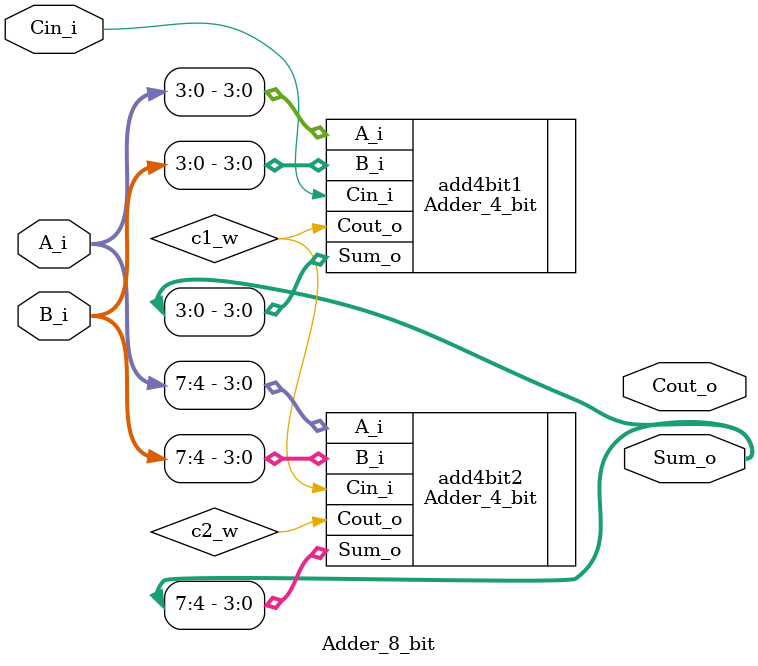
<source format=v>
`timescale 1ns/1ps

module Adder_8_bit(
    input wire [7:0] A_i,
    input wire [7:0] B_i,
    input wire Cin_i,
    output wire [7:0] Sum_o,
    output wire Cout_o
);
    wire c1_w, c2_w;

    Adder_4_bit add4bit1(
        .A_i(A_i[3:0]),
        .B_i(B_i[3:0]),
        .Cin_i(Cin_i),
        .Sum_o(Sum_o[3:0]),
        .Cout_o(c1_w)
    );

    Adder_4_bit add4bit2(
        .A_i(A_i[7:4]),
        .B_i(B_i[7:4]),
        .Cin_i(c1_w),
        .Sum_o(Sum_o[7:4]),
        .Cout_o(c2_w)
    );

endmodule
</source>
